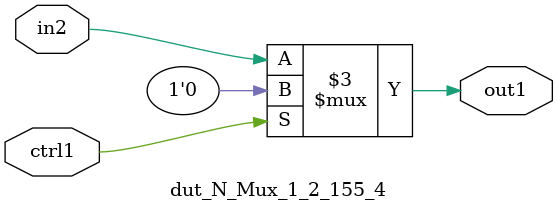
<source format=v>

`timescale 1ps / 1ps


module dut_N_Mux_1_2_155_4( in2, ctrl1, out1 );

    input in2;
    input ctrl1;
    output out1;
    reg out1;

    
    // rtl_process:dut_N_Mux_1_2_155_4/dut_N_Mux_1_2_155_4_thread_1
    always @*
      begin : dut_N_Mux_1_2_155_4_thread_1
        case (ctrl1) 
          1'b1: 
            begin
              out1 = 1'b0;
            end
          default: 
            begin
              out1 = in2;
            end
        endcase
      end

endmodule




</source>
